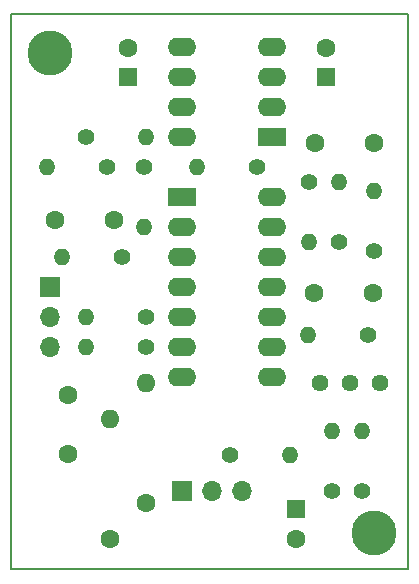
<source format=gbr>
G04 #@! TF.GenerationSoftware,KiCad,Pcbnew,5.1.5-52549c5~84~ubuntu19.10.1*
G04 #@! TF.CreationDate,2020-04-03T18:50:05+02:00*
G04 #@! TF.ProjectId,OpenEMG2,4f70656e-454d-4473-922e-6b696361645f,G*
G04 #@! TF.SameCoordinates,Original*
G04 #@! TF.FileFunction,Copper,L2,Bot*
G04 #@! TF.FilePolarity,Positive*
%FSLAX46Y46*%
G04 Gerber Fmt 4.6, Leading zero omitted, Abs format (unit mm)*
G04 Created by KiCad (PCBNEW 5.1.5-52549c5~84~ubuntu19.10.1) date 2020-04-03 18:50:05*
%MOMM*%
%LPD*%
G04 APERTURE LIST*
%ADD10C,0.150000*%
%ADD11C,1.600000*%
%ADD12C,1.440000*%
%ADD13O,1.400000X1.400000*%
%ADD14C,1.400000*%
%ADD15O,1.600000X1.600000*%
%ADD16R,1.600000X1.600000*%
%ADD17O,1.700000X1.700000*%
%ADD18R,1.700000X1.700000*%
%ADD19O,2.400000X1.600000*%
%ADD20R,2.400000X1.600000*%
%ADD21C,3.800000*%
G04 APERTURE END LIST*
D10*
X19050000Y-19050000D02*
X19050000Y-66040000D01*
X52705000Y-19050000D02*
X19050000Y-19050000D01*
X52705000Y-66040000D02*
X52705000Y-19050000D01*
X19050000Y-66040000D02*
X52705000Y-66040000D01*
D11*
X44784000Y-29972000D03*
X49784000Y-29972000D03*
X49704000Y-42672000D03*
X44704000Y-42672000D03*
X22813000Y-36449000D03*
X27813000Y-36449000D03*
X23876000Y-56308000D03*
X23876000Y-51308000D03*
D12*
X45212000Y-50292000D03*
X47752000Y-50292000D03*
X50292000Y-50292000D03*
D13*
X42672000Y-56388000D03*
D14*
X37592000Y-56388000D03*
D13*
X48768000Y-54356000D03*
D14*
X48768000Y-59436000D03*
D13*
X44196000Y-46228000D03*
D14*
X49276000Y-46228000D03*
D13*
X44323000Y-38354000D03*
D14*
X44323000Y-33274000D03*
D13*
X46863000Y-33274000D03*
D14*
X46863000Y-38354000D03*
D13*
X49784000Y-34036000D03*
D14*
X49784000Y-39116000D03*
D13*
X34798000Y-32004000D03*
D14*
X39878000Y-32004000D03*
D13*
X30353000Y-37084000D03*
D14*
X30353000Y-32004000D03*
D13*
X22098000Y-32004000D03*
D14*
X27178000Y-32004000D03*
D13*
X30480000Y-29464000D03*
D14*
X25400000Y-29464000D03*
D13*
X23368000Y-39624000D03*
D14*
X28448000Y-39624000D03*
D15*
X30480000Y-50292000D03*
D11*
X30480000Y-60452000D03*
D15*
X27432000Y-53340000D03*
D11*
X27432000Y-63500000D03*
D13*
X25400000Y-44704000D03*
D14*
X30480000Y-44704000D03*
D13*
X25400000Y-47244000D03*
D14*
X30480000Y-47244000D03*
D13*
X46228000Y-54356000D03*
D14*
X46228000Y-59436000D03*
D11*
X43180000Y-63460000D03*
D16*
X43180000Y-60960000D03*
D11*
X28956000Y-21884000D03*
D16*
X28956000Y-24384000D03*
D11*
X45720000Y-21884000D03*
D16*
X45720000Y-24384000D03*
D17*
X38608000Y-59436000D03*
X36068000Y-59436000D03*
D18*
X33528000Y-59436000D03*
D17*
X22352000Y-47244000D03*
X22352000Y-44704000D03*
D18*
X22352000Y-42164000D03*
D19*
X33528000Y-29464000D03*
X41148000Y-21844000D03*
X33528000Y-26924000D03*
X41148000Y-24384000D03*
X33528000Y-24384000D03*
X41148000Y-26924000D03*
X33528000Y-21844000D03*
D20*
X41148000Y-29464000D03*
D19*
X41148000Y-34544000D03*
X33528000Y-49784000D03*
X41148000Y-37084000D03*
X33528000Y-47244000D03*
X41148000Y-39624000D03*
X33528000Y-44704000D03*
X41148000Y-42164000D03*
X33528000Y-42164000D03*
X41148000Y-44704000D03*
X33528000Y-39624000D03*
X41148000Y-47244000D03*
X33528000Y-37084000D03*
X41148000Y-49784000D03*
D20*
X33528000Y-34544000D03*
D21*
X49784000Y-62992000D03*
X22352000Y-22352000D03*
M02*

</source>
